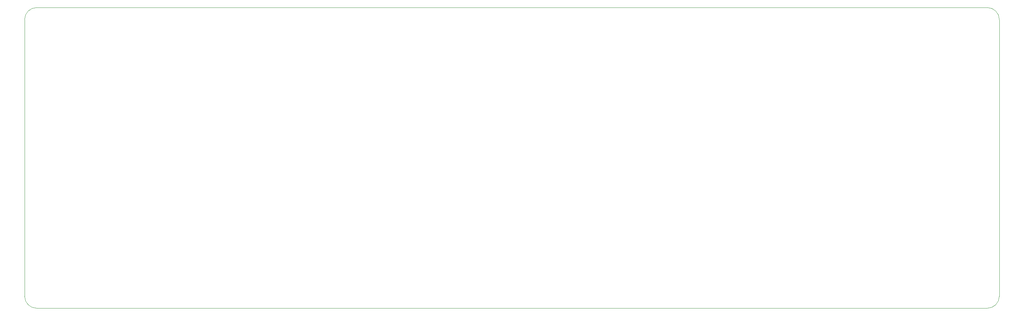
<source format=gbr>
%TF.GenerationSoftware,KiCad,Pcbnew,7.0.6*%
%TF.CreationDate,2023-07-09T11:59:42+02:00*%
%TF.ProjectId,cursed-scandinavian-iso-van,63757273-6564-42d7-9363-616e64696e61,rev?*%
%TF.SameCoordinates,Original*%
%TF.FileFunction,Profile,NP*%
%FSLAX46Y46*%
G04 Gerber Fmt 4.6, Leading zero omitted, Abs format (unit mm)*
G04 Created by KiCad (PCBNEW 7.0.6) date 2023-07-09 11:59:42*
%MOMM*%
%LPD*%
G01*
G04 APERTURE LIST*
%TA.AperFunction,Profile*%
%ADD10C,0.100000*%
%TD*%
G04 APERTURE END LIST*
D10*
X27606250Y-24606250D02*
G75*
G03*
X24606250Y-27606250I0J-3000000D01*
G01*
X24606250Y-96218750D02*
G75*
G03*
X27606250Y-99218750I3000000J0D01*
G01*
X265906250Y-27606250D02*
G75*
G03*
X262906250Y-24606250I-3000050J-50D01*
G01*
X262906250Y-99218750D02*
G75*
G03*
X265906250Y-96218750I-50J3000050D01*
G01*
X262906250Y-24606250D02*
X27606250Y-24606250D01*
X265906250Y-96218750D02*
X265906250Y-27606250D01*
X27606250Y-99218750D02*
X262906250Y-99218750D01*
X24606250Y-27606250D02*
X24606250Y-96218750D01*
M02*

</source>
